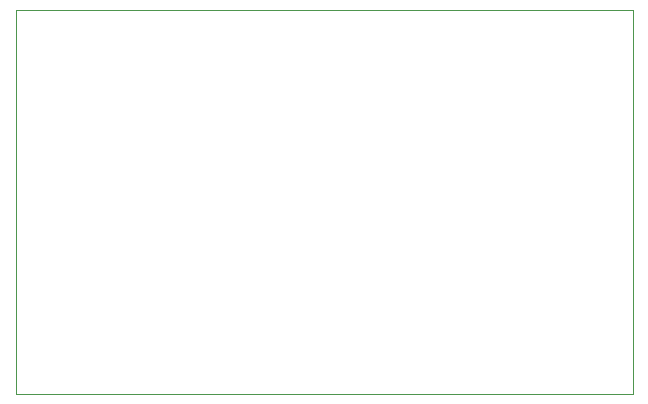
<source format=gm1>
%TF.GenerationSoftware,KiCad,Pcbnew,(6.0.1)*%
%TF.CreationDate,2022-02-22T15:36:59+00:00*%
%TF.ProjectId,Phantom Power Supply,5068616e-746f-46d2-9050-6f7765722053,rev?*%
%TF.SameCoordinates,Original*%
%TF.FileFunction,Profile,NP*%
%FSLAX46Y46*%
G04 Gerber Fmt 4.6, Leading zero omitted, Abs format (unit mm)*
G04 Created by KiCad (PCBNEW (6.0.1)) date 2022-02-22 15:36:59*
%MOMM*%
%LPD*%
G01*
G04 APERTURE LIST*
%TA.AperFunction,Profile*%
%ADD10C,0.100000*%
%TD*%
G04 APERTURE END LIST*
D10*
X48514000Y-42799000D02*
X100711000Y-42799000D01*
X100711000Y-42799000D02*
X100711000Y-75311000D01*
X100711000Y-75311000D02*
X48514000Y-75311000D01*
X48514000Y-75311000D02*
X48514000Y-42799000D01*
M02*

</source>
